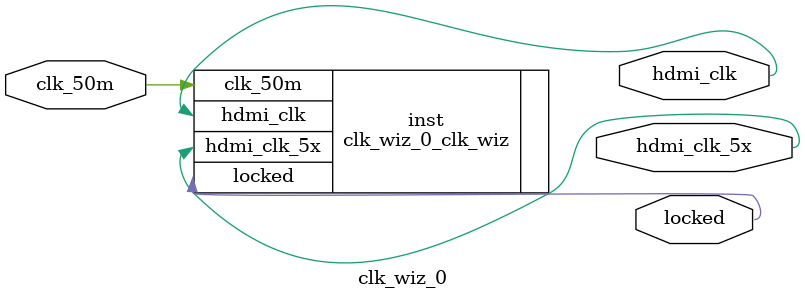
<source format=v>


`timescale 1ps/1ps

(* CORE_GENERATION_INFO = "clk_wiz_0,clk_wiz_v6_0_1_0_0,{component_name=clk_wiz_0,use_phase_alignment=true,use_min_o_jitter=false,use_max_i_jitter=false,use_dyn_phase_shift=false,use_inclk_switchover=false,use_dyn_reconfig=false,enable_axi=0,feedback_source=FDBK_AUTO,PRIMITIVE=MMCM,num_out_clk=2,clkin1_period=20.000,clkin2_period=10.0,use_power_down=false,use_reset=false,use_locked=true,use_inclk_stopped=false,feedback_type=SINGLE,CLOCK_MGR_TYPE=NA,manual_override=false}" *)

module clk_wiz_0 
 (
  // Clock out ports
  output        hdmi_clk,
  output        hdmi_clk_5x,
  // Status and control signals
  output        locked,
 // Clock in ports
  input         clk_50m
 );

  clk_wiz_0_clk_wiz inst
  (
  // Clock out ports  
  .hdmi_clk(hdmi_clk),
  .hdmi_clk_5x(hdmi_clk_5x),
  // Status and control signals               
  .locked(locked),
 // Clock in ports
  .clk_50m(clk_50m)
  );

endmodule

</source>
